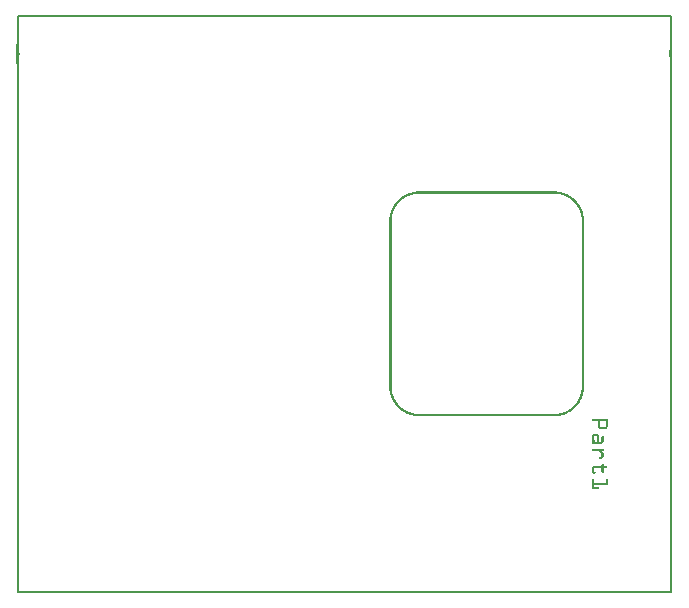
<source format=gto>
G04 MADE WITH FRITZING*
G04 WWW.FRITZING.ORG*
G04 DOUBLE SIDED*
G04 HOLES PLATED*
G04 CONTOUR ON CENTER OF CONTOUR VECTOR*
%ASAXBY*%
%FSLAX23Y23*%
%MOIN*%
%OFA0B0*%
%SFA1.0B1.0*%
%ADD10R,2.185680X1.930260X2.169680X1.914260*%
%ADD11C,0.008000*%
%ADD12R,0.001000X0.001000*%
%LNSILK1*%
G90*
G70*
G54D11*
X4Y1926D02*
X2182Y1926D01*
X2182Y4D01*
X4Y4D01*
X4Y1926D01*
D02*
G54D12*
X0Y1832D02*
X0Y1832D01*
X0Y1831D02*
X0Y1831D01*
X0Y1830D02*
X1Y1830D01*
X0Y1829D02*
X1Y1829D01*
X0Y1828D02*
X2Y1828D01*
X0Y1827D02*
X3Y1827D01*
X0Y1826D02*
X3Y1826D01*
X0Y1825D02*
X4Y1825D01*
X0Y1824D02*
X4Y1824D01*
X0Y1823D02*
X5Y1823D01*
X0Y1822D02*
X5Y1822D01*
X0Y1821D02*
X5Y1821D01*
X0Y1820D02*
X6Y1820D01*
X0Y1819D02*
X6Y1819D01*
X0Y1818D02*
X6Y1818D01*
X0Y1817D02*
X7Y1817D01*
X0Y1816D02*
X7Y1816D01*
X0Y1815D02*
X7Y1815D01*
X0Y1814D02*
X8Y1814D01*
X0Y1813D02*
X8Y1813D01*
X0Y1812D02*
X8Y1812D01*
X0Y1811D02*
X8Y1811D01*
X0Y1810D02*
X9Y1810D01*
X2176Y1810D02*
X2185Y1810D01*
X0Y1809D02*
X9Y1809D01*
X2176Y1809D02*
X2185Y1809D01*
X0Y1808D02*
X9Y1808D01*
X2176Y1808D02*
X2185Y1808D01*
X0Y1807D02*
X9Y1807D01*
X2175Y1807D02*
X2185Y1807D01*
X0Y1806D02*
X9Y1806D01*
X2175Y1806D02*
X2185Y1806D01*
X0Y1805D02*
X9Y1805D01*
X2175Y1805D02*
X2185Y1805D01*
X0Y1804D02*
X9Y1804D01*
X2175Y1804D02*
X2184Y1804D01*
X0Y1803D02*
X9Y1803D01*
X2175Y1803D02*
X2184Y1803D01*
X0Y1802D02*
X10Y1802D01*
X2175Y1802D02*
X2184Y1802D01*
X0Y1801D02*
X10Y1801D01*
X2175Y1801D02*
X2184Y1801D01*
X0Y1800D02*
X10Y1800D01*
X2175Y1800D02*
X2184Y1800D01*
X0Y1799D02*
X10Y1799D01*
X2175Y1799D02*
X2184Y1799D01*
X0Y1798D02*
X10Y1798D01*
X2175Y1798D02*
X2184Y1798D01*
X0Y1797D02*
X10Y1797D01*
X2175Y1797D02*
X2184Y1797D01*
X0Y1796D02*
X9Y1796D01*
X2175Y1796D02*
X2184Y1796D01*
X0Y1795D02*
X9Y1795D01*
X2175Y1795D02*
X2184Y1795D01*
X0Y1794D02*
X9Y1794D01*
X2175Y1794D02*
X2184Y1794D01*
X0Y1793D02*
X9Y1793D01*
X2175Y1793D02*
X2185Y1793D01*
X0Y1792D02*
X9Y1792D01*
X2175Y1792D02*
X2185Y1792D01*
X0Y1791D02*
X9Y1791D01*
X2175Y1791D02*
X2185Y1791D01*
X0Y1790D02*
X9Y1790D01*
X2176Y1790D02*
X2185Y1790D01*
X0Y1789D02*
X9Y1789D01*
X2176Y1789D02*
X2185Y1789D01*
X0Y1788D02*
X9Y1788D01*
X2176Y1788D02*
X2185Y1788D01*
X0Y1787D02*
X8Y1787D01*
X0Y1786D02*
X8Y1786D01*
X0Y1785D02*
X8Y1785D01*
X0Y1784D02*
X8Y1784D01*
X0Y1783D02*
X7Y1783D01*
X0Y1782D02*
X7Y1782D01*
X0Y1781D02*
X7Y1781D01*
X0Y1780D02*
X6Y1780D01*
X0Y1779D02*
X6Y1779D01*
X0Y1778D02*
X6Y1778D01*
X0Y1777D02*
X5Y1777D01*
X0Y1776D02*
X5Y1776D01*
X0Y1775D02*
X4Y1775D01*
X0Y1774D02*
X4Y1774D01*
X0Y1773D02*
X3Y1773D01*
X0Y1772D02*
X3Y1772D01*
X0Y1771D02*
X2Y1771D01*
X0Y1770D02*
X2Y1770D01*
X0Y1769D02*
X1Y1769D01*
X0Y1768D02*
X1Y1768D01*
X0Y1767D02*
X0Y1767D01*
X1333Y1340D02*
X1801Y1340D01*
X1325Y1339D02*
X1808Y1339D01*
X1320Y1338D02*
X1813Y1338D01*
X1317Y1337D02*
X1817Y1337D01*
X1313Y1336D02*
X1821Y1336D01*
X1310Y1335D02*
X1824Y1335D01*
X1307Y1334D02*
X1827Y1334D01*
X1305Y1333D02*
X1829Y1333D01*
X1302Y1332D02*
X1332Y1332D01*
X1802Y1332D02*
X1831Y1332D01*
X1300Y1331D02*
X1325Y1331D01*
X1809Y1331D02*
X1834Y1331D01*
X1298Y1330D02*
X1320Y1330D01*
X1814Y1330D02*
X1836Y1330D01*
X1296Y1329D02*
X1316Y1329D01*
X1818Y1329D02*
X1838Y1329D01*
X1294Y1328D02*
X1313Y1328D01*
X1821Y1328D02*
X1840Y1328D01*
X1293Y1327D02*
X1310Y1327D01*
X1824Y1327D02*
X1841Y1327D01*
X1291Y1326D02*
X1307Y1326D01*
X1827Y1326D02*
X1843Y1326D01*
X1289Y1325D02*
X1305Y1325D01*
X1829Y1325D02*
X1845Y1325D01*
X1288Y1324D02*
X1303Y1324D01*
X1831Y1324D02*
X1846Y1324D01*
X1286Y1323D02*
X1301Y1323D01*
X1833Y1323D02*
X1848Y1323D01*
X1285Y1322D02*
X1299Y1322D01*
X1835Y1322D02*
X1849Y1322D01*
X1283Y1321D02*
X1297Y1321D01*
X1837Y1321D02*
X1850Y1321D01*
X1282Y1320D02*
X1295Y1320D01*
X1839Y1320D02*
X1852Y1320D01*
X1281Y1319D02*
X1294Y1319D01*
X1840Y1319D02*
X1853Y1319D01*
X1279Y1318D02*
X1292Y1318D01*
X1842Y1318D02*
X1855Y1318D01*
X1278Y1317D02*
X1290Y1317D01*
X1844Y1317D02*
X1856Y1317D01*
X1277Y1316D02*
X1289Y1316D01*
X1845Y1316D02*
X1857Y1316D01*
X1276Y1315D02*
X1288Y1315D01*
X1846Y1315D02*
X1858Y1315D01*
X1275Y1314D02*
X1286Y1314D01*
X1848Y1314D02*
X1859Y1314D01*
X1274Y1313D02*
X1285Y1313D01*
X1849Y1313D02*
X1860Y1313D01*
X1273Y1312D02*
X1284Y1312D01*
X1850Y1312D02*
X1861Y1312D01*
X1272Y1311D02*
X1282Y1311D01*
X1851Y1311D02*
X1862Y1311D01*
X1271Y1310D02*
X1281Y1310D01*
X1853Y1310D02*
X1863Y1310D01*
X1270Y1309D02*
X1280Y1309D01*
X1854Y1309D02*
X1864Y1309D01*
X1269Y1308D02*
X1279Y1308D01*
X1855Y1308D02*
X1865Y1308D01*
X1268Y1307D02*
X1278Y1307D01*
X1856Y1307D02*
X1866Y1307D01*
X1267Y1306D02*
X1277Y1306D01*
X1857Y1306D02*
X1867Y1306D01*
X1266Y1305D02*
X1276Y1305D01*
X1858Y1305D02*
X1868Y1305D01*
X1265Y1304D02*
X1275Y1304D01*
X1859Y1304D02*
X1869Y1304D01*
X1264Y1303D02*
X1274Y1303D01*
X1860Y1303D02*
X1869Y1303D01*
X1264Y1302D02*
X1273Y1302D01*
X1861Y1302D02*
X1870Y1302D01*
X1263Y1301D02*
X1272Y1301D01*
X1862Y1301D02*
X1871Y1301D01*
X1262Y1300D02*
X1271Y1300D01*
X1862Y1300D02*
X1872Y1300D01*
X1262Y1299D02*
X1270Y1299D01*
X1863Y1299D02*
X1872Y1299D01*
X1261Y1298D02*
X1270Y1298D01*
X1864Y1298D02*
X1873Y1298D01*
X1260Y1297D02*
X1269Y1297D01*
X1865Y1297D02*
X1874Y1297D01*
X1259Y1296D02*
X1268Y1296D01*
X1866Y1296D02*
X1874Y1296D01*
X1259Y1295D02*
X1267Y1295D01*
X1866Y1295D02*
X1875Y1295D01*
X1258Y1294D02*
X1267Y1294D01*
X1867Y1294D02*
X1876Y1294D01*
X1258Y1293D02*
X1266Y1293D01*
X1868Y1293D02*
X1876Y1293D01*
X1257Y1292D02*
X1265Y1292D01*
X1869Y1292D02*
X1877Y1292D01*
X1256Y1291D02*
X1265Y1291D01*
X1869Y1291D02*
X1877Y1291D01*
X1256Y1290D02*
X1264Y1290D01*
X1870Y1290D02*
X1878Y1290D01*
X1255Y1289D02*
X1263Y1289D01*
X1871Y1289D02*
X1879Y1289D01*
X1255Y1288D02*
X1263Y1288D01*
X1871Y1288D02*
X1879Y1288D01*
X1254Y1287D02*
X1262Y1287D01*
X1872Y1287D02*
X1880Y1287D01*
X1254Y1286D02*
X1262Y1286D01*
X1872Y1286D02*
X1880Y1286D01*
X1253Y1285D02*
X1261Y1285D01*
X1873Y1285D02*
X1881Y1285D01*
X1253Y1284D02*
X1260Y1284D01*
X1873Y1284D02*
X1881Y1284D01*
X1252Y1283D02*
X1260Y1283D01*
X1874Y1283D02*
X1882Y1283D01*
X1252Y1282D02*
X1259Y1282D01*
X1875Y1282D02*
X1882Y1282D01*
X1251Y1281D02*
X1259Y1281D01*
X1875Y1281D02*
X1883Y1281D01*
X1251Y1280D02*
X1258Y1280D01*
X1875Y1280D02*
X1883Y1280D01*
X1250Y1279D02*
X1258Y1279D01*
X1876Y1279D02*
X1884Y1279D01*
X1250Y1278D02*
X1258Y1278D01*
X1876Y1278D02*
X1884Y1278D01*
X1249Y1277D02*
X1257Y1277D01*
X1877Y1277D02*
X1884Y1277D01*
X1249Y1276D02*
X1257Y1276D01*
X1877Y1276D02*
X1885Y1276D01*
X1249Y1275D02*
X1256Y1275D01*
X1878Y1275D02*
X1885Y1275D01*
X1248Y1274D02*
X1256Y1274D01*
X1878Y1274D02*
X1885Y1274D01*
X1248Y1273D02*
X1255Y1273D01*
X1879Y1273D02*
X1886Y1273D01*
X1248Y1272D02*
X1255Y1272D01*
X1879Y1272D02*
X1886Y1272D01*
X1247Y1271D02*
X1255Y1271D01*
X1879Y1271D02*
X1887Y1271D01*
X1247Y1270D02*
X1254Y1270D01*
X1880Y1270D02*
X1887Y1270D01*
X1247Y1269D02*
X1254Y1269D01*
X1880Y1269D02*
X1887Y1269D01*
X1246Y1268D02*
X1254Y1268D01*
X1880Y1268D02*
X1887Y1268D01*
X1246Y1267D02*
X1253Y1267D01*
X1881Y1267D02*
X1888Y1267D01*
X1246Y1266D02*
X1253Y1266D01*
X1881Y1266D02*
X1888Y1266D01*
X1246Y1265D02*
X1253Y1265D01*
X1881Y1265D02*
X1888Y1265D01*
X1245Y1264D02*
X1252Y1264D01*
X1881Y1264D02*
X1888Y1264D01*
X1245Y1263D02*
X1252Y1263D01*
X1882Y1263D02*
X1889Y1263D01*
X1245Y1262D02*
X1252Y1262D01*
X1882Y1262D02*
X1889Y1262D01*
X1245Y1261D02*
X1252Y1261D01*
X1882Y1261D02*
X1889Y1261D01*
X1244Y1260D02*
X1252Y1260D01*
X1882Y1260D02*
X1889Y1260D01*
X1244Y1259D02*
X1251Y1259D01*
X1883Y1259D02*
X1890Y1259D01*
X1244Y1258D02*
X1251Y1258D01*
X1883Y1258D02*
X1890Y1258D01*
X1244Y1257D02*
X1251Y1257D01*
X1883Y1257D02*
X1890Y1257D01*
X1244Y1256D02*
X1251Y1256D01*
X1883Y1256D02*
X1890Y1256D01*
X1244Y1255D02*
X1251Y1255D01*
X1883Y1255D02*
X1890Y1255D01*
X1243Y1254D02*
X1250Y1254D01*
X1883Y1254D02*
X1890Y1254D01*
X1243Y1253D02*
X1250Y1253D01*
X1884Y1253D02*
X1891Y1253D01*
X1243Y1252D02*
X1250Y1252D01*
X1884Y1252D02*
X1891Y1252D01*
X1243Y1251D02*
X1250Y1251D01*
X1884Y1251D02*
X1891Y1251D01*
X1243Y1250D02*
X1250Y1250D01*
X1884Y1250D02*
X1891Y1250D01*
X1243Y1249D02*
X1250Y1249D01*
X1884Y1249D02*
X1891Y1249D01*
X1243Y1248D02*
X1250Y1248D01*
X1884Y1248D02*
X1891Y1248D01*
X1243Y1247D02*
X1250Y1247D01*
X1884Y1247D02*
X1891Y1247D01*
X1243Y1246D02*
X1250Y1246D01*
X1884Y1246D02*
X1891Y1246D01*
X1243Y1245D02*
X1250Y1245D01*
X1884Y1245D02*
X1891Y1245D01*
X1243Y1244D02*
X1250Y1244D01*
X1884Y1244D02*
X1891Y1244D01*
X1243Y1243D02*
X1250Y1243D01*
X1884Y1243D02*
X1891Y1243D01*
X1243Y1242D02*
X1250Y1242D01*
X1884Y1242D02*
X1891Y1242D01*
X1243Y1241D02*
X1250Y1241D01*
X1884Y1241D02*
X1891Y1241D01*
X1243Y1240D02*
X1250Y1240D01*
X1884Y1240D02*
X1891Y1240D01*
X1243Y1239D02*
X1250Y1239D01*
X1884Y1239D02*
X1891Y1239D01*
X1243Y1238D02*
X1250Y1238D01*
X1884Y1238D02*
X1891Y1238D01*
X1242Y1237D02*
X1250Y1237D01*
X1884Y1237D02*
X1891Y1237D01*
X1243Y1236D02*
X1250Y1236D01*
X1884Y1236D02*
X1891Y1236D01*
X1243Y1235D02*
X1250Y1235D01*
X1884Y1235D02*
X1891Y1235D01*
X1243Y1234D02*
X1250Y1234D01*
X1884Y1234D02*
X1891Y1234D01*
X1243Y1233D02*
X1250Y1233D01*
X1884Y1233D02*
X1891Y1233D01*
X1243Y1232D02*
X1250Y1232D01*
X1884Y1232D02*
X1891Y1232D01*
X1243Y1231D02*
X1250Y1231D01*
X1884Y1231D02*
X1891Y1231D01*
X1243Y1230D02*
X1250Y1230D01*
X1884Y1230D02*
X1891Y1230D01*
X1243Y1229D02*
X1250Y1229D01*
X1884Y1229D02*
X1891Y1229D01*
X1243Y1228D02*
X1250Y1228D01*
X1884Y1228D02*
X1891Y1228D01*
X1243Y1227D02*
X1250Y1227D01*
X1884Y1227D02*
X1891Y1227D01*
X1243Y1226D02*
X1250Y1226D01*
X1884Y1226D02*
X1891Y1226D01*
X1243Y1225D02*
X1250Y1225D01*
X1884Y1225D02*
X1891Y1225D01*
X1243Y1224D02*
X1250Y1224D01*
X1884Y1224D02*
X1891Y1224D01*
X1243Y1223D02*
X1250Y1223D01*
X1884Y1223D02*
X1891Y1223D01*
X1243Y1222D02*
X1250Y1222D01*
X1884Y1222D02*
X1891Y1222D01*
X1243Y1221D02*
X1250Y1221D01*
X1884Y1221D02*
X1891Y1221D01*
X1243Y1220D02*
X1250Y1220D01*
X1884Y1220D02*
X1891Y1220D01*
X1243Y1219D02*
X1250Y1219D01*
X1884Y1219D02*
X1891Y1219D01*
X1243Y1218D02*
X1250Y1218D01*
X1884Y1218D02*
X1891Y1218D01*
X1243Y1217D02*
X1250Y1217D01*
X1884Y1217D02*
X1891Y1217D01*
X1243Y1216D02*
X1250Y1216D01*
X1884Y1216D02*
X1891Y1216D01*
X1243Y1215D02*
X1250Y1215D01*
X1884Y1215D02*
X1891Y1215D01*
X1243Y1214D02*
X1250Y1214D01*
X1884Y1214D02*
X1891Y1214D01*
X1243Y1213D02*
X1250Y1213D01*
X1884Y1213D02*
X1891Y1213D01*
X1243Y1212D02*
X1250Y1212D01*
X1884Y1212D02*
X1891Y1212D01*
X1243Y1211D02*
X1250Y1211D01*
X1884Y1211D02*
X1891Y1211D01*
X1243Y1210D02*
X1250Y1210D01*
X1884Y1210D02*
X1891Y1210D01*
X1243Y1209D02*
X1250Y1209D01*
X1884Y1209D02*
X1891Y1209D01*
X1243Y1208D02*
X1250Y1208D01*
X1884Y1208D02*
X1891Y1208D01*
X1243Y1207D02*
X1250Y1207D01*
X1884Y1207D02*
X1891Y1207D01*
X1243Y1206D02*
X1250Y1206D01*
X1884Y1206D02*
X1891Y1206D01*
X1243Y1205D02*
X1250Y1205D01*
X1884Y1205D02*
X1891Y1205D01*
X1243Y1204D02*
X1250Y1204D01*
X1884Y1204D02*
X1891Y1204D01*
X1243Y1203D02*
X1250Y1203D01*
X1884Y1203D02*
X1891Y1203D01*
X1243Y1202D02*
X1250Y1202D01*
X1884Y1202D02*
X1891Y1202D01*
X1243Y1201D02*
X1250Y1201D01*
X1884Y1201D02*
X1891Y1201D01*
X1243Y1200D02*
X1250Y1200D01*
X1884Y1200D02*
X1891Y1200D01*
X1243Y1199D02*
X1250Y1199D01*
X1884Y1199D02*
X1891Y1199D01*
X1243Y1198D02*
X1250Y1198D01*
X1884Y1198D02*
X1891Y1198D01*
X1243Y1197D02*
X1250Y1197D01*
X1884Y1197D02*
X1891Y1197D01*
X1243Y1196D02*
X1250Y1196D01*
X1884Y1196D02*
X1891Y1196D01*
X1243Y1195D02*
X1250Y1195D01*
X1884Y1195D02*
X1891Y1195D01*
X1243Y1194D02*
X1250Y1194D01*
X1884Y1194D02*
X1891Y1194D01*
X1243Y1193D02*
X1250Y1193D01*
X1884Y1193D02*
X1891Y1193D01*
X1243Y1192D02*
X1250Y1192D01*
X1884Y1192D02*
X1891Y1192D01*
X1243Y1191D02*
X1250Y1191D01*
X1884Y1191D02*
X1891Y1191D01*
X1243Y1190D02*
X1250Y1190D01*
X1884Y1190D02*
X1891Y1190D01*
X1243Y1189D02*
X1250Y1189D01*
X1884Y1189D02*
X1891Y1189D01*
X1243Y1188D02*
X1250Y1188D01*
X1884Y1188D02*
X1891Y1188D01*
X1243Y1187D02*
X1250Y1187D01*
X1884Y1187D02*
X1891Y1187D01*
X1243Y1186D02*
X1250Y1186D01*
X1884Y1186D02*
X1891Y1186D01*
X1243Y1185D02*
X1250Y1185D01*
X1884Y1185D02*
X1891Y1185D01*
X1243Y1184D02*
X1250Y1184D01*
X1884Y1184D02*
X1891Y1184D01*
X1243Y1183D02*
X1250Y1183D01*
X1884Y1183D02*
X1891Y1183D01*
X1243Y1182D02*
X1250Y1182D01*
X1884Y1182D02*
X1891Y1182D01*
X1243Y1181D02*
X1250Y1181D01*
X1884Y1181D02*
X1891Y1181D01*
X1243Y1180D02*
X1250Y1180D01*
X1884Y1180D02*
X1891Y1180D01*
X1243Y1179D02*
X1250Y1179D01*
X1884Y1179D02*
X1891Y1179D01*
X1243Y1178D02*
X1250Y1178D01*
X1884Y1178D02*
X1891Y1178D01*
X1243Y1177D02*
X1250Y1177D01*
X1884Y1177D02*
X1891Y1177D01*
X1243Y1176D02*
X1250Y1176D01*
X1884Y1176D02*
X1891Y1176D01*
X1243Y1175D02*
X1250Y1175D01*
X1884Y1175D02*
X1891Y1175D01*
X1243Y1174D02*
X1250Y1174D01*
X1884Y1174D02*
X1891Y1174D01*
X1243Y1173D02*
X1250Y1173D01*
X1884Y1173D02*
X1891Y1173D01*
X1243Y1172D02*
X1250Y1172D01*
X1884Y1172D02*
X1891Y1172D01*
X1243Y1171D02*
X1250Y1171D01*
X1884Y1171D02*
X1891Y1171D01*
X1243Y1170D02*
X1250Y1170D01*
X1884Y1170D02*
X1891Y1170D01*
X1243Y1169D02*
X1250Y1169D01*
X1884Y1169D02*
X1891Y1169D01*
X1243Y1168D02*
X1250Y1168D01*
X1884Y1168D02*
X1891Y1168D01*
X1243Y1167D02*
X1250Y1167D01*
X1884Y1167D02*
X1891Y1167D01*
X1243Y1166D02*
X1250Y1166D01*
X1884Y1166D02*
X1891Y1166D01*
X1243Y1165D02*
X1250Y1165D01*
X1884Y1165D02*
X1891Y1165D01*
X1243Y1164D02*
X1250Y1164D01*
X1884Y1164D02*
X1891Y1164D01*
X1243Y1163D02*
X1250Y1163D01*
X1884Y1163D02*
X1891Y1163D01*
X1243Y1162D02*
X1250Y1162D01*
X1884Y1162D02*
X1891Y1162D01*
X1243Y1161D02*
X1250Y1161D01*
X1884Y1161D02*
X1891Y1161D01*
X1243Y1160D02*
X1250Y1160D01*
X1884Y1160D02*
X1891Y1160D01*
X1243Y1159D02*
X1250Y1159D01*
X1884Y1159D02*
X1891Y1159D01*
X1243Y1158D02*
X1250Y1158D01*
X1884Y1158D02*
X1891Y1158D01*
X1243Y1157D02*
X1250Y1157D01*
X1884Y1157D02*
X1891Y1157D01*
X1243Y1156D02*
X1250Y1156D01*
X1884Y1156D02*
X1891Y1156D01*
X1243Y1155D02*
X1250Y1155D01*
X1884Y1155D02*
X1891Y1155D01*
X1243Y1154D02*
X1250Y1154D01*
X1884Y1154D02*
X1891Y1154D01*
X1243Y1153D02*
X1250Y1153D01*
X1884Y1153D02*
X1891Y1153D01*
X1243Y1152D02*
X1250Y1152D01*
X1884Y1152D02*
X1891Y1152D01*
X1243Y1151D02*
X1250Y1151D01*
X1884Y1151D02*
X1891Y1151D01*
X1243Y1150D02*
X1250Y1150D01*
X1884Y1150D02*
X1891Y1150D01*
X1243Y1149D02*
X1250Y1149D01*
X1884Y1149D02*
X1891Y1149D01*
X1243Y1148D02*
X1250Y1148D01*
X1884Y1148D02*
X1891Y1148D01*
X1243Y1147D02*
X1250Y1147D01*
X1884Y1147D02*
X1891Y1147D01*
X1243Y1146D02*
X1250Y1146D01*
X1884Y1146D02*
X1891Y1146D01*
X1243Y1145D02*
X1250Y1145D01*
X1884Y1145D02*
X1891Y1145D01*
X1243Y1144D02*
X1250Y1144D01*
X1884Y1144D02*
X1891Y1144D01*
X1243Y1143D02*
X1250Y1143D01*
X1884Y1143D02*
X1891Y1143D01*
X1243Y1142D02*
X1250Y1142D01*
X1884Y1142D02*
X1891Y1142D01*
X1243Y1141D02*
X1250Y1141D01*
X1884Y1141D02*
X1891Y1141D01*
X1243Y1140D02*
X1250Y1140D01*
X1884Y1140D02*
X1891Y1140D01*
X1243Y1139D02*
X1250Y1139D01*
X1884Y1139D02*
X1891Y1139D01*
X1243Y1138D02*
X1250Y1138D01*
X1884Y1138D02*
X1891Y1138D01*
X1243Y1137D02*
X1250Y1137D01*
X1884Y1137D02*
X1891Y1137D01*
X1243Y1136D02*
X1250Y1136D01*
X1884Y1136D02*
X1891Y1136D01*
X1243Y1135D02*
X1250Y1135D01*
X1884Y1135D02*
X1891Y1135D01*
X1243Y1134D02*
X1250Y1134D01*
X1884Y1134D02*
X1891Y1134D01*
X1243Y1133D02*
X1250Y1133D01*
X1884Y1133D02*
X1891Y1133D01*
X1243Y1132D02*
X1250Y1132D01*
X1884Y1132D02*
X1891Y1132D01*
X1243Y1131D02*
X1250Y1131D01*
X1884Y1131D02*
X1891Y1131D01*
X1243Y1130D02*
X1250Y1130D01*
X1884Y1130D02*
X1891Y1130D01*
X1243Y1129D02*
X1250Y1129D01*
X1884Y1129D02*
X1891Y1129D01*
X1243Y1128D02*
X1250Y1128D01*
X1884Y1128D02*
X1891Y1128D01*
X1243Y1127D02*
X1250Y1127D01*
X1884Y1127D02*
X1891Y1127D01*
X1243Y1126D02*
X1250Y1126D01*
X1884Y1126D02*
X1891Y1126D01*
X1243Y1125D02*
X1250Y1125D01*
X1884Y1125D02*
X1891Y1125D01*
X1243Y1124D02*
X1250Y1124D01*
X1884Y1124D02*
X1891Y1124D01*
X1243Y1123D02*
X1250Y1123D01*
X1884Y1123D02*
X1891Y1123D01*
X1243Y1122D02*
X1250Y1122D01*
X1884Y1122D02*
X1891Y1122D01*
X1243Y1121D02*
X1250Y1121D01*
X1884Y1121D02*
X1891Y1121D01*
X1243Y1120D02*
X1250Y1120D01*
X1884Y1120D02*
X1891Y1120D01*
X1243Y1119D02*
X1250Y1119D01*
X1884Y1119D02*
X1891Y1119D01*
X1243Y1118D02*
X1250Y1118D01*
X1884Y1118D02*
X1891Y1118D01*
X1243Y1117D02*
X1250Y1117D01*
X1884Y1117D02*
X1891Y1117D01*
X1243Y1116D02*
X1250Y1116D01*
X1884Y1116D02*
X1891Y1116D01*
X1243Y1115D02*
X1250Y1115D01*
X1884Y1115D02*
X1891Y1115D01*
X1243Y1114D02*
X1250Y1114D01*
X1884Y1114D02*
X1891Y1114D01*
X1243Y1113D02*
X1250Y1113D01*
X1884Y1113D02*
X1891Y1113D01*
X1243Y1112D02*
X1250Y1112D01*
X1884Y1112D02*
X1891Y1112D01*
X1243Y1111D02*
X1250Y1111D01*
X1884Y1111D02*
X1891Y1111D01*
X1243Y1110D02*
X1250Y1110D01*
X1884Y1110D02*
X1891Y1110D01*
X1243Y1109D02*
X1250Y1109D01*
X1884Y1109D02*
X1891Y1109D01*
X1243Y1108D02*
X1250Y1108D01*
X1884Y1108D02*
X1891Y1108D01*
X1243Y1107D02*
X1250Y1107D01*
X1884Y1107D02*
X1891Y1107D01*
X1243Y1106D02*
X1250Y1106D01*
X1884Y1106D02*
X1891Y1106D01*
X1243Y1105D02*
X1250Y1105D01*
X1884Y1105D02*
X1891Y1105D01*
X1243Y1104D02*
X1250Y1104D01*
X1884Y1104D02*
X1891Y1104D01*
X1243Y1103D02*
X1250Y1103D01*
X1884Y1103D02*
X1891Y1103D01*
X1243Y1102D02*
X1250Y1102D01*
X1884Y1102D02*
X1891Y1102D01*
X1243Y1101D02*
X1250Y1101D01*
X1884Y1101D02*
X1891Y1101D01*
X1243Y1100D02*
X1250Y1100D01*
X1884Y1100D02*
X1891Y1100D01*
X1243Y1099D02*
X1250Y1099D01*
X1884Y1099D02*
X1891Y1099D01*
X1243Y1098D02*
X1250Y1098D01*
X1884Y1098D02*
X1891Y1098D01*
X1243Y1097D02*
X1250Y1097D01*
X1884Y1097D02*
X1891Y1097D01*
X1243Y1096D02*
X1250Y1096D01*
X1884Y1096D02*
X1891Y1096D01*
X1243Y1095D02*
X1250Y1095D01*
X1884Y1095D02*
X1891Y1095D01*
X1243Y1094D02*
X1250Y1094D01*
X1884Y1094D02*
X1891Y1094D01*
X1243Y1093D02*
X1250Y1093D01*
X1884Y1093D02*
X1891Y1093D01*
X1243Y1092D02*
X1250Y1092D01*
X1884Y1092D02*
X1891Y1092D01*
X1243Y1091D02*
X1250Y1091D01*
X1884Y1091D02*
X1891Y1091D01*
X1243Y1090D02*
X1250Y1090D01*
X1884Y1090D02*
X1891Y1090D01*
X1243Y1089D02*
X1250Y1089D01*
X1884Y1089D02*
X1891Y1089D01*
X1243Y1088D02*
X1250Y1088D01*
X1884Y1088D02*
X1891Y1088D01*
X1243Y1087D02*
X1250Y1087D01*
X1884Y1087D02*
X1891Y1087D01*
X1243Y1086D02*
X1250Y1086D01*
X1884Y1086D02*
X1891Y1086D01*
X1243Y1085D02*
X1250Y1085D01*
X1884Y1085D02*
X1891Y1085D01*
X1243Y1084D02*
X1250Y1084D01*
X1884Y1084D02*
X1891Y1084D01*
X1243Y1083D02*
X1250Y1083D01*
X1884Y1083D02*
X1891Y1083D01*
X1243Y1082D02*
X1250Y1082D01*
X1884Y1082D02*
X1891Y1082D01*
X1243Y1081D02*
X1250Y1081D01*
X1884Y1081D02*
X1891Y1081D01*
X1243Y1080D02*
X1250Y1080D01*
X1884Y1080D02*
X1891Y1080D01*
X1243Y1079D02*
X1250Y1079D01*
X1884Y1079D02*
X1891Y1079D01*
X1243Y1078D02*
X1250Y1078D01*
X1884Y1078D02*
X1891Y1078D01*
X1243Y1077D02*
X1250Y1077D01*
X1884Y1077D02*
X1891Y1077D01*
X1243Y1076D02*
X1250Y1076D01*
X1884Y1076D02*
X1891Y1076D01*
X1243Y1075D02*
X1250Y1075D01*
X1884Y1075D02*
X1891Y1075D01*
X1243Y1074D02*
X1250Y1074D01*
X1884Y1074D02*
X1891Y1074D01*
X1243Y1073D02*
X1250Y1073D01*
X1884Y1073D02*
X1891Y1073D01*
X1243Y1072D02*
X1250Y1072D01*
X1884Y1072D02*
X1891Y1072D01*
X1243Y1071D02*
X1250Y1071D01*
X1884Y1071D02*
X1891Y1071D01*
X1243Y1070D02*
X1250Y1070D01*
X1884Y1070D02*
X1891Y1070D01*
X1243Y1069D02*
X1250Y1069D01*
X1884Y1069D02*
X1891Y1069D01*
X1243Y1068D02*
X1250Y1068D01*
X1884Y1068D02*
X1891Y1068D01*
X1243Y1067D02*
X1250Y1067D01*
X1884Y1067D02*
X1891Y1067D01*
X1243Y1066D02*
X1250Y1066D01*
X1884Y1066D02*
X1891Y1066D01*
X1243Y1065D02*
X1250Y1065D01*
X1884Y1065D02*
X1891Y1065D01*
X1243Y1064D02*
X1250Y1064D01*
X1884Y1064D02*
X1891Y1064D01*
X1243Y1063D02*
X1250Y1063D01*
X1884Y1063D02*
X1891Y1063D01*
X1243Y1062D02*
X1250Y1062D01*
X1884Y1062D02*
X1891Y1062D01*
X1243Y1061D02*
X1250Y1061D01*
X1884Y1061D02*
X1891Y1061D01*
X1243Y1060D02*
X1250Y1060D01*
X1884Y1060D02*
X1891Y1060D01*
X1243Y1059D02*
X1250Y1059D01*
X1884Y1059D02*
X1891Y1059D01*
X1243Y1058D02*
X1250Y1058D01*
X1884Y1058D02*
X1891Y1058D01*
X1243Y1057D02*
X1250Y1057D01*
X1884Y1057D02*
X1891Y1057D01*
X1243Y1056D02*
X1250Y1056D01*
X1884Y1056D02*
X1891Y1056D01*
X1243Y1055D02*
X1250Y1055D01*
X1884Y1055D02*
X1891Y1055D01*
X1243Y1054D02*
X1250Y1054D01*
X1884Y1054D02*
X1891Y1054D01*
X1243Y1053D02*
X1250Y1053D01*
X1884Y1053D02*
X1891Y1053D01*
X1243Y1052D02*
X1250Y1052D01*
X1884Y1052D02*
X1891Y1052D01*
X1243Y1051D02*
X1250Y1051D01*
X1884Y1051D02*
X1891Y1051D01*
X1243Y1050D02*
X1250Y1050D01*
X1884Y1050D02*
X1891Y1050D01*
X1243Y1049D02*
X1250Y1049D01*
X1884Y1049D02*
X1891Y1049D01*
X1243Y1048D02*
X1250Y1048D01*
X1884Y1048D02*
X1891Y1048D01*
X1243Y1047D02*
X1250Y1047D01*
X1884Y1047D02*
X1891Y1047D01*
X1243Y1046D02*
X1250Y1046D01*
X1884Y1046D02*
X1891Y1046D01*
X1243Y1045D02*
X1250Y1045D01*
X1884Y1045D02*
X1891Y1045D01*
X1243Y1044D02*
X1250Y1044D01*
X1884Y1044D02*
X1891Y1044D01*
X1243Y1043D02*
X1250Y1043D01*
X1884Y1043D02*
X1891Y1043D01*
X1243Y1042D02*
X1250Y1042D01*
X1884Y1042D02*
X1891Y1042D01*
X1243Y1041D02*
X1250Y1041D01*
X1884Y1041D02*
X1891Y1041D01*
X1243Y1040D02*
X1250Y1040D01*
X1884Y1040D02*
X1891Y1040D01*
X1243Y1039D02*
X1250Y1039D01*
X1884Y1039D02*
X1891Y1039D01*
X1243Y1038D02*
X1250Y1038D01*
X1884Y1038D02*
X1891Y1038D01*
X1243Y1037D02*
X1250Y1037D01*
X1884Y1037D02*
X1891Y1037D01*
X1243Y1036D02*
X1250Y1036D01*
X1884Y1036D02*
X1891Y1036D01*
X1243Y1035D02*
X1250Y1035D01*
X1884Y1035D02*
X1891Y1035D01*
X1243Y1034D02*
X1250Y1034D01*
X1884Y1034D02*
X1891Y1034D01*
X1243Y1033D02*
X1250Y1033D01*
X1884Y1033D02*
X1891Y1033D01*
X1243Y1032D02*
X1250Y1032D01*
X1884Y1032D02*
X1891Y1032D01*
X1243Y1031D02*
X1250Y1031D01*
X1884Y1031D02*
X1891Y1031D01*
X1243Y1030D02*
X1250Y1030D01*
X1884Y1030D02*
X1891Y1030D01*
X1243Y1029D02*
X1250Y1029D01*
X1884Y1029D02*
X1891Y1029D01*
X1243Y1028D02*
X1250Y1028D01*
X1884Y1028D02*
X1891Y1028D01*
X1243Y1027D02*
X1250Y1027D01*
X1884Y1027D02*
X1891Y1027D01*
X1243Y1026D02*
X1250Y1026D01*
X1884Y1026D02*
X1891Y1026D01*
X1243Y1025D02*
X1250Y1025D01*
X1884Y1025D02*
X1891Y1025D01*
X1243Y1024D02*
X1250Y1024D01*
X1884Y1024D02*
X1891Y1024D01*
X1243Y1023D02*
X1250Y1023D01*
X1884Y1023D02*
X1891Y1023D01*
X1243Y1022D02*
X1250Y1022D01*
X1884Y1022D02*
X1891Y1022D01*
X1243Y1021D02*
X1250Y1021D01*
X1884Y1021D02*
X1891Y1021D01*
X1243Y1020D02*
X1250Y1020D01*
X1884Y1020D02*
X1891Y1020D01*
X1243Y1019D02*
X1250Y1019D01*
X1884Y1019D02*
X1891Y1019D01*
X1243Y1018D02*
X1250Y1018D01*
X1884Y1018D02*
X1891Y1018D01*
X1243Y1017D02*
X1250Y1017D01*
X1884Y1017D02*
X1891Y1017D01*
X1243Y1016D02*
X1250Y1016D01*
X1884Y1016D02*
X1891Y1016D01*
X1243Y1015D02*
X1250Y1015D01*
X1884Y1015D02*
X1891Y1015D01*
X1243Y1014D02*
X1250Y1014D01*
X1884Y1014D02*
X1891Y1014D01*
X1243Y1013D02*
X1250Y1013D01*
X1884Y1013D02*
X1891Y1013D01*
X1243Y1012D02*
X1250Y1012D01*
X1884Y1012D02*
X1891Y1012D01*
X1243Y1011D02*
X1250Y1011D01*
X1884Y1011D02*
X1891Y1011D01*
X1243Y1010D02*
X1250Y1010D01*
X1884Y1010D02*
X1891Y1010D01*
X1243Y1009D02*
X1250Y1009D01*
X1884Y1009D02*
X1891Y1009D01*
X1243Y1008D02*
X1250Y1008D01*
X1884Y1008D02*
X1891Y1008D01*
X1243Y1007D02*
X1250Y1007D01*
X1884Y1007D02*
X1891Y1007D01*
X1243Y1006D02*
X1250Y1006D01*
X1884Y1006D02*
X1891Y1006D01*
X1243Y1005D02*
X1250Y1005D01*
X1884Y1005D02*
X1891Y1005D01*
X1243Y1004D02*
X1250Y1004D01*
X1884Y1004D02*
X1891Y1004D01*
X1243Y1003D02*
X1250Y1003D01*
X1884Y1003D02*
X1891Y1003D01*
X1243Y1002D02*
X1250Y1002D01*
X1884Y1002D02*
X1891Y1002D01*
X1243Y1001D02*
X1250Y1001D01*
X1884Y1001D02*
X1891Y1001D01*
X1243Y1000D02*
X1250Y1000D01*
X1884Y1000D02*
X1891Y1000D01*
X1243Y999D02*
X1250Y999D01*
X1884Y999D02*
X1891Y999D01*
X1243Y998D02*
X1250Y998D01*
X1884Y998D02*
X1891Y998D01*
X1243Y997D02*
X1250Y997D01*
X1884Y997D02*
X1891Y997D01*
X1243Y996D02*
X1250Y996D01*
X1884Y996D02*
X1891Y996D01*
X1243Y995D02*
X1250Y995D01*
X1884Y995D02*
X1891Y995D01*
X1243Y994D02*
X1250Y994D01*
X1884Y994D02*
X1891Y994D01*
X1243Y993D02*
X1250Y993D01*
X1884Y993D02*
X1891Y993D01*
X1243Y992D02*
X1250Y992D01*
X1884Y992D02*
X1891Y992D01*
X1243Y991D02*
X1250Y991D01*
X1884Y991D02*
X1891Y991D01*
X1243Y990D02*
X1250Y990D01*
X1884Y990D02*
X1891Y990D01*
X1243Y989D02*
X1250Y989D01*
X1884Y989D02*
X1891Y989D01*
X1243Y988D02*
X1250Y988D01*
X1884Y988D02*
X1891Y988D01*
X1243Y987D02*
X1250Y987D01*
X1884Y987D02*
X1891Y987D01*
X1243Y986D02*
X1250Y986D01*
X1884Y986D02*
X1891Y986D01*
X1243Y985D02*
X1250Y985D01*
X1884Y985D02*
X1891Y985D01*
X1243Y984D02*
X1250Y984D01*
X1884Y984D02*
X1891Y984D01*
X1243Y983D02*
X1250Y983D01*
X1884Y983D02*
X1891Y983D01*
X1243Y982D02*
X1250Y982D01*
X1884Y982D02*
X1891Y982D01*
X1243Y981D02*
X1250Y981D01*
X1884Y981D02*
X1891Y981D01*
X1243Y980D02*
X1250Y980D01*
X1884Y980D02*
X1891Y980D01*
X1243Y979D02*
X1250Y979D01*
X1884Y979D02*
X1891Y979D01*
X1243Y978D02*
X1250Y978D01*
X1884Y978D02*
X1891Y978D01*
X1243Y977D02*
X1250Y977D01*
X1884Y977D02*
X1891Y977D01*
X1243Y976D02*
X1250Y976D01*
X1884Y976D02*
X1891Y976D01*
X1243Y975D02*
X1250Y975D01*
X1884Y975D02*
X1891Y975D01*
X1243Y974D02*
X1250Y974D01*
X1884Y974D02*
X1891Y974D01*
X1243Y973D02*
X1250Y973D01*
X1884Y973D02*
X1891Y973D01*
X1243Y972D02*
X1250Y972D01*
X1884Y972D02*
X1891Y972D01*
X1243Y971D02*
X1250Y971D01*
X1884Y971D02*
X1891Y971D01*
X1243Y970D02*
X1250Y970D01*
X1884Y970D02*
X1891Y970D01*
X1243Y969D02*
X1250Y969D01*
X1884Y969D02*
X1891Y969D01*
X1243Y968D02*
X1250Y968D01*
X1884Y968D02*
X1891Y968D01*
X1243Y967D02*
X1250Y967D01*
X1884Y967D02*
X1891Y967D01*
X1243Y966D02*
X1250Y966D01*
X1884Y966D02*
X1891Y966D01*
X1243Y965D02*
X1250Y965D01*
X1884Y965D02*
X1891Y965D01*
X1243Y964D02*
X1250Y964D01*
X1884Y964D02*
X1891Y964D01*
X1243Y963D02*
X1250Y963D01*
X1884Y963D02*
X1891Y963D01*
X1243Y962D02*
X1250Y962D01*
X1884Y962D02*
X1891Y962D01*
X1243Y961D02*
X1250Y961D01*
X1884Y961D02*
X1891Y961D01*
X1243Y960D02*
X1250Y960D01*
X1884Y960D02*
X1891Y960D01*
X1243Y959D02*
X1250Y959D01*
X1884Y959D02*
X1891Y959D01*
X1243Y958D02*
X1250Y958D01*
X1884Y958D02*
X1891Y958D01*
X1243Y957D02*
X1250Y957D01*
X1884Y957D02*
X1891Y957D01*
X1243Y956D02*
X1250Y956D01*
X1884Y956D02*
X1891Y956D01*
X1243Y955D02*
X1250Y955D01*
X1884Y955D02*
X1891Y955D01*
X1243Y954D02*
X1250Y954D01*
X1884Y954D02*
X1891Y954D01*
X1243Y953D02*
X1250Y953D01*
X1884Y953D02*
X1891Y953D01*
X1243Y952D02*
X1250Y952D01*
X1884Y952D02*
X1891Y952D01*
X1243Y951D02*
X1250Y951D01*
X1884Y951D02*
X1891Y951D01*
X1243Y950D02*
X1250Y950D01*
X1884Y950D02*
X1891Y950D01*
X1243Y949D02*
X1250Y949D01*
X1884Y949D02*
X1891Y949D01*
X1243Y948D02*
X1250Y948D01*
X1884Y948D02*
X1891Y948D01*
X1243Y947D02*
X1250Y947D01*
X1884Y947D02*
X1891Y947D01*
X1243Y946D02*
X1250Y946D01*
X1884Y946D02*
X1891Y946D01*
X1243Y945D02*
X1250Y945D01*
X1884Y945D02*
X1891Y945D01*
X1243Y944D02*
X1250Y944D01*
X1884Y944D02*
X1891Y944D01*
X1243Y943D02*
X1250Y943D01*
X1884Y943D02*
X1891Y943D01*
X1243Y942D02*
X1250Y942D01*
X1884Y942D02*
X1891Y942D01*
X1243Y941D02*
X1250Y941D01*
X1884Y941D02*
X1891Y941D01*
X1243Y940D02*
X1250Y940D01*
X1884Y940D02*
X1891Y940D01*
X1243Y939D02*
X1250Y939D01*
X1884Y939D02*
X1891Y939D01*
X1243Y938D02*
X1250Y938D01*
X1884Y938D02*
X1891Y938D01*
X1243Y937D02*
X1250Y937D01*
X1884Y937D02*
X1891Y937D01*
X1243Y936D02*
X1250Y936D01*
X1884Y936D02*
X1891Y936D01*
X1243Y935D02*
X1250Y935D01*
X1884Y935D02*
X1891Y935D01*
X1243Y934D02*
X1250Y934D01*
X1884Y934D02*
X1891Y934D01*
X1243Y933D02*
X1250Y933D01*
X1884Y933D02*
X1891Y933D01*
X1243Y932D02*
X1250Y932D01*
X1884Y932D02*
X1891Y932D01*
X1243Y931D02*
X1250Y931D01*
X1884Y931D02*
X1891Y931D01*
X1243Y930D02*
X1250Y930D01*
X1884Y930D02*
X1891Y930D01*
X1243Y929D02*
X1250Y929D01*
X1884Y929D02*
X1891Y929D01*
X1243Y928D02*
X1250Y928D01*
X1884Y928D02*
X1891Y928D01*
X1243Y927D02*
X1250Y927D01*
X1884Y927D02*
X1891Y927D01*
X1243Y926D02*
X1250Y926D01*
X1884Y926D02*
X1891Y926D01*
X1243Y925D02*
X1250Y925D01*
X1884Y925D02*
X1891Y925D01*
X1243Y924D02*
X1250Y924D01*
X1884Y924D02*
X1891Y924D01*
X1243Y923D02*
X1250Y923D01*
X1884Y923D02*
X1891Y923D01*
X1243Y922D02*
X1250Y922D01*
X1884Y922D02*
X1891Y922D01*
X1243Y921D02*
X1250Y921D01*
X1884Y921D02*
X1891Y921D01*
X1243Y920D02*
X1250Y920D01*
X1884Y920D02*
X1891Y920D01*
X1243Y919D02*
X1250Y919D01*
X1884Y919D02*
X1891Y919D01*
X1243Y918D02*
X1250Y918D01*
X1884Y918D02*
X1891Y918D01*
X1243Y917D02*
X1250Y917D01*
X1884Y917D02*
X1891Y917D01*
X1243Y916D02*
X1250Y916D01*
X1884Y916D02*
X1891Y916D01*
X1243Y915D02*
X1250Y915D01*
X1884Y915D02*
X1891Y915D01*
X1243Y914D02*
X1250Y914D01*
X1884Y914D02*
X1891Y914D01*
X1243Y913D02*
X1250Y913D01*
X1884Y913D02*
X1891Y913D01*
X1243Y912D02*
X1250Y912D01*
X1884Y912D02*
X1891Y912D01*
X1243Y911D02*
X1250Y911D01*
X1884Y911D02*
X1891Y911D01*
X1243Y910D02*
X1250Y910D01*
X1884Y910D02*
X1891Y910D01*
X1243Y909D02*
X1250Y909D01*
X1884Y909D02*
X1891Y909D01*
X1243Y908D02*
X1250Y908D01*
X1884Y908D02*
X1891Y908D01*
X1243Y907D02*
X1250Y907D01*
X1884Y907D02*
X1891Y907D01*
X1243Y906D02*
X1250Y906D01*
X1884Y906D02*
X1891Y906D01*
X1243Y905D02*
X1250Y905D01*
X1884Y905D02*
X1891Y905D01*
X1243Y904D02*
X1250Y904D01*
X1884Y904D02*
X1891Y904D01*
X1243Y903D02*
X1250Y903D01*
X1884Y903D02*
X1891Y903D01*
X1243Y902D02*
X1250Y902D01*
X1884Y902D02*
X1891Y902D01*
X1243Y901D02*
X1250Y901D01*
X1884Y901D02*
X1891Y901D01*
X1243Y900D02*
X1250Y900D01*
X1884Y900D02*
X1891Y900D01*
X1243Y899D02*
X1250Y899D01*
X1884Y899D02*
X1891Y899D01*
X1243Y898D02*
X1250Y898D01*
X1884Y898D02*
X1891Y898D01*
X1243Y897D02*
X1250Y897D01*
X1884Y897D02*
X1891Y897D01*
X1243Y896D02*
X1250Y896D01*
X1884Y896D02*
X1891Y896D01*
X1243Y895D02*
X1250Y895D01*
X1884Y895D02*
X1891Y895D01*
X1243Y894D02*
X1250Y894D01*
X1884Y894D02*
X1891Y894D01*
X1243Y893D02*
X1250Y893D01*
X1884Y893D02*
X1891Y893D01*
X1243Y892D02*
X1250Y892D01*
X1884Y892D02*
X1891Y892D01*
X1243Y891D02*
X1250Y891D01*
X1884Y891D02*
X1891Y891D01*
X1243Y890D02*
X1250Y890D01*
X1884Y890D02*
X1891Y890D01*
X1243Y889D02*
X1250Y889D01*
X1884Y889D02*
X1891Y889D01*
X1243Y888D02*
X1250Y888D01*
X1884Y888D02*
X1891Y888D01*
X1243Y887D02*
X1250Y887D01*
X1884Y887D02*
X1891Y887D01*
X1243Y886D02*
X1250Y886D01*
X1884Y886D02*
X1891Y886D01*
X1243Y885D02*
X1250Y885D01*
X1884Y885D02*
X1891Y885D01*
X1243Y884D02*
X1250Y884D01*
X1884Y884D02*
X1891Y884D01*
X1243Y883D02*
X1250Y883D01*
X1884Y883D02*
X1891Y883D01*
X1243Y882D02*
X1250Y882D01*
X1884Y882D02*
X1891Y882D01*
X1243Y881D02*
X1250Y881D01*
X1884Y881D02*
X1891Y881D01*
X1243Y880D02*
X1250Y880D01*
X1884Y880D02*
X1891Y880D01*
X1243Y879D02*
X1250Y879D01*
X1884Y879D02*
X1891Y879D01*
X1243Y878D02*
X1250Y878D01*
X1884Y878D02*
X1891Y878D01*
X1243Y877D02*
X1250Y877D01*
X1884Y877D02*
X1891Y877D01*
X1243Y876D02*
X1250Y876D01*
X1884Y876D02*
X1891Y876D01*
X1243Y875D02*
X1250Y875D01*
X1884Y875D02*
X1891Y875D01*
X1243Y874D02*
X1250Y874D01*
X1884Y874D02*
X1891Y874D01*
X1243Y873D02*
X1250Y873D01*
X1884Y873D02*
X1891Y873D01*
X1243Y872D02*
X1250Y872D01*
X1884Y872D02*
X1891Y872D01*
X1243Y871D02*
X1250Y871D01*
X1884Y871D02*
X1891Y871D01*
X1243Y870D02*
X1250Y870D01*
X1884Y870D02*
X1891Y870D01*
X1243Y869D02*
X1250Y869D01*
X1884Y869D02*
X1891Y869D01*
X1243Y868D02*
X1250Y868D01*
X1884Y868D02*
X1891Y868D01*
X1243Y867D02*
X1250Y867D01*
X1884Y867D02*
X1891Y867D01*
X1243Y866D02*
X1250Y866D01*
X1884Y866D02*
X1891Y866D01*
X1243Y865D02*
X1250Y865D01*
X1884Y865D02*
X1891Y865D01*
X1243Y864D02*
X1250Y864D01*
X1884Y864D02*
X1891Y864D01*
X1243Y863D02*
X1250Y863D01*
X1884Y863D02*
X1891Y863D01*
X1243Y862D02*
X1250Y862D01*
X1884Y862D02*
X1891Y862D01*
X1243Y861D02*
X1250Y861D01*
X1884Y861D02*
X1891Y861D01*
X1243Y860D02*
X1250Y860D01*
X1884Y860D02*
X1891Y860D01*
X1243Y859D02*
X1250Y859D01*
X1884Y859D02*
X1891Y859D01*
X1243Y858D02*
X1250Y858D01*
X1884Y858D02*
X1891Y858D01*
X1243Y857D02*
X1250Y857D01*
X1884Y857D02*
X1891Y857D01*
X1243Y856D02*
X1250Y856D01*
X1884Y856D02*
X1891Y856D01*
X1243Y855D02*
X1250Y855D01*
X1884Y855D02*
X1891Y855D01*
X1243Y854D02*
X1250Y854D01*
X1884Y854D02*
X1891Y854D01*
X1243Y853D02*
X1250Y853D01*
X1884Y853D02*
X1891Y853D01*
X1243Y852D02*
X1250Y852D01*
X1884Y852D02*
X1891Y852D01*
X1243Y851D02*
X1250Y851D01*
X1884Y851D02*
X1891Y851D01*
X1243Y850D02*
X1250Y850D01*
X1884Y850D02*
X1891Y850D01*
X1243Y849D02*
X1250Y849D01*
X1884Y849D02*
X1891Y849D01*
X1243Y848D02*
X1250Y848D01*
X1884Y848D02*
X1891Y848D01*
X1243Y847D02*
X1250Y847D01*
X1884Y847D02*
X1891Y847D01*
X1243Y846D02*
X1250Y846D01*
X1884Y846D02*
X1891Y846D01*
X1243Y845D02*
X1250Y845D01*
X1884Y845D02*
X1891Y845D01*
X1243Y844D02*
X1250Y844D01*
X1884Y844D02*
X1891Y844D01*
X1243Y843D02*
X1250Y843D01*
X1884Y843D02*
X1891Y843D01*
X1243Y842D02*
X1250Y842D01*
X1884Y842D02*
X1891Y842D01*
X1243Y841D02*
X1250Y841D01*
X1884Y841D02*
X1891Y841D01*
X1243Y840D02*
X1250Y840D01*
X1884Y840D02*
X1891Y840D01*
X1243Y839D02*
X1250Y839D01*
X1884Y839D02*
X1891Y839D01*
X1243Y838D02*
X1250Y838D01*
X1884Y838D02*
X1891Y838D01*
X1243Y837D02*
X1250Y837D01*
X1884Y837D02*
X1891Y837D01*
X1243Y836D02*
X1250Y836D01*
X1884Y836D02*
X1891Y836D01*
X1243Y835D02*
X1250Y835D01*
X1884Y835D02*
X1891Y835D01*
X1243Y834D02*
X1250Y834D01*
X1884Y834D02*
X1891Y834D01*
X1243Y833D02*
X1250Y833D01*
X1884Y833D02*
X1891Y833D01*
X1243Y832D02*
X1250Y832D01*
X1884Y832D02*
X1891Y832D01*
X1243Y831D02*
X1250Y831D01*
X1884Y831D02*
X1891Y831D01*
X1243Y830D02*
X1250Y830D01*
X1884Y830D02*
X1891Y830D01*
X1243Y829D02*
X1250Y829D01*
X1884Y829D02*
X1891Y829D01*
X1243Y828D02*
X1250Y828D01*
X1884Y828D02*
X1891Y828D01*
X1243Y827D02*
X1250Y827D01*
X1884Y827D02*
X1891Y827D01*
X1243Y826D02*
X1250Y826D01*
X1884Y826D02*
X1891Y826D01*
X1243Y825D02*
X1250Y825D01*
X1884Y825D02*
X1891Y825D01*
X1243Y824D02*
X1250Y824D01*
X1884Y824D02*
X1891Y824D01*
X1243Y823D02*
X1250Y823D01*
X1884Y823D02*
X1891Y823D01*
X1243Y822D02*
X1250Y822D01*
X1884Y822D02*
X1891Y822D01*
X1243Y821D02*
X1250Y821D01*
X1884Y821D02*
X1891Y821D01*
X1243Y820D02*
X1250Y820D01*
X1884Y820D02*
X1891Y820D01*
X1243Y819D02*
X1250Y819D01*
X1884Y819D02*
X1891Y819D01*
X1243Y818D02*
X1250Y818D01*
X1884Y818D02*
X1891Y818D01*
X1243Y817D02*
X1250Y817D01*
X1884Y817D02*
X1891Y817D01*
X1243Y816D02*
X1250Y816D01*
X1884Y816D02*
X1891Y816D01*
X1243Y815D02*
X1250Y815D01*
X1884Y815D02*
X1891Y815D01*
X1243Y814D02*
X1250Y814D01*
X1884Y814D02*
X1891Y814D01*
X1243Y813D02*
X1250Y813D01*
X1884Y813D02*
X1891Y813D01*
X1243Y812D02*
X1250Y812D01*
X1884Y812D02*
X1891Y812D01*
X1243Y811D02*
X1250Y811D01*
X1884Y811D02*
X1891Y811D01*
X1243Y810D02*
X1250Y810D01*
X1884Y810D02*
X1891Y810D01*
X1243Y809D02*
X1250Y809D01*
X1884Y809D02*
X1891Y809D01*
X1243Y808D02*
X1250Y808D01*
X1884Y808D02*
X1891Y808D01*
X1243Y807D02*
X1250Y807D01*
X1884Y807D02*
X1891Y807D01*
X1243Y806D02*
X1250Y806D01*
X1884Y806D02*
X1891Y806D01*
X1243Y805D02*
X1250Y805D01*
X1884Y805D02*
X1891Y805D01*
X1243Y804D02*
X1250Y804D01*
X1884Y804D02*
X1891Y804D01*
X1243Y803D02*
X1250Y803D01*
X1884Y803D02*
X1891Y803D01*
X1243Y802D02*
X1250Y802D01*
X1884Y802D02*
X1891Y802D01*
X1243Y801D02*
X1250Y801D01*
X1884Y801D02*
X1891Y801D01*
X1243Y800D02*
X1250Y800D01*
X1884Y800D02*
X1891Y800D01*
X1243Y799D02*
X1250Y799D01*
X1884Y799D02*
X1891Y799D01*
X1243Y798D02*
X1250Y798D01*
X1884Y798D02*
X1891Y798D01*
X1243Y797D02*
X1250Y797D01*
X1884Y797D02*
X1891Y797D01*
X1243Y796D02*
X1250Y796D01*
X1884Y796D02*
X1891Y796D01*
X1243Y795D02*
X1250Y795D01*
X1884Y795D02*
X1891Y795D01*
X1243Y794D02*
X1250Y794D01*
X1884Y794D02*
X1891Y794D01*
X1243Y793D02*
X1250Y793D01*
X1884Y793D02*
X1891Y793D01*
X1243Y792D02*
X1250Y792D01*
X1884Y792D02*
X1891Y792D01*
X1243Y791D02*
X1250Y791D01*
X1884Y791D02*
X1891Y791D01*
X1243Y790D02*
X1250Y790D01*
X1884Y790D02*
X1891Y790D01*
X1243Y789D02*
X1250Y789D01*
X1884Y789D02*
X1891Y789D01*
X1243Y788D02*
X1250Y788D01*
X1884Y788D02*
X1891Y788D01*
X1243Y787D02*
X1250Y787D01*
X1884Y787D02*
X1891Y787D01*
X1243Y786D02*
X1250Y786D01*
X1884Y786D02*
X1891Y786D01*
X1243Y785D02*
X1250Y785D01*
X1884Y785D02*
X1891Y785D01*
X1243Y784D02*
X1250Y784D01*
X1884Y784D02*
X1891Y784D01*
X1243Y783D02*
X1250Y783D01*
X1884Y783D02*
X1891Y783D01*
X1243Y782D02*
X1250Y782D01*
X1884Y782D02*
X1891Y782D01*
X1243Y781D02*
X1250Y781D01*
X1884Y781D02*
X1891Y781D01*
X1243Y780D02*
X1250Y780D01*
X1884Y780D02*
X1891Y780D01*
X1243Y779D02*
X1250Y779D01*
X1884Y779D02*
X1891Y779D01*
X1243Y778D02*
X1250Y778D01*
X1884Y778D02*
X1891Y778D01*
X1243Y777D02*
X1250Y777D01*
X1884Y777D02*
X1891Y777D01*
X1243Y776D02*
X1250Y776D01*
X1884Y776D02*
X1891Y776D01*
X1243Y775D02*
X1250Y775D01*
X1884Y775D02*
X1891Y775D01*
X1243Y774D02*
X1250Y774D01*
X1884Y774D02*
X1891Y774D01*
X1243Y773D02*
X1250Y773D01*
X1884Y773D02*
X1891Y773D01*
X1243Y772D02*
X1250Y772D01*
X1884Y772D02*
X1891Y772D01*
X1243Y771D02*
X1250Y771D01*
X1884Y771D02*
X1891Y771D01*
X1243Y770D02*
X1250Y770D01*
X1884Y770D02*
X1891Y770D01*
X1243Y769D02*
X1250Y769D01*
X1884Y769D02*
X1891Y769D01*
X1243Y768D02*
X1250Y768D01*
X1884Y768D02*
X1891Y768D01*
X1243Y767D02*
X1250Y767D01*
X1884Y767D02*
X1891Y767D01*
X1243Y766D02*
X1250Y766D01*
X1884Y766D02*
X1891Y766D01*
X1243Y765D02*
X1250Y765D01*
X1884Y765D02*
X1891Y765D01*
X1243Y764D02*
X1250Y764D01*
X1884Y764D02*
X1891Y764D01*
X1243Y763D02*
X1250Y763D01*
X1884Y763D02*
X1891Y763D01*
X1243Y762D02*
X1250Y762D01*
X1884Y762D02*
X1891Y762D01*
X1243Y761D02*
X1250Y761D01*
X1884Y761D02*
X1891Y761D01*
X1243Y760D02*
X1250Y760D01*
X1884Y760D02*
X1891Y760D01*
X1243Y759D02*
X1250Y759D01*
X1884Y759D02*
X1891Y759D01*
X1243Y758D02*
X1250Y758D01*
X1884Y758D02*
X1891Y758D01*
X1243Y757D02*
X1250Y757D01*
X1884Y757D02*
X1891Y757D01*
X1243Y756D02*
X1250Y756D01*
X1884Y756D02*
X1891Y756D01*
X1243Y755D02*
X1250Y755D01*
X1884Y755D02*
X1891Y755D01*
X1243Y754D02*
X1250Y754D01*
X1884Y754D02*
X1891Y754D01*
X1243Y753D02*
X1250Y753D01*
X1884Y753D02*
X1891Y753D01*
X1243Y752D02*
X1250Y752D01*
X1884Y752D02*
X1891Y752D01*
X1243Y751D02*
X1250Y751D01*
X1884Y751D02*
X1891Y751D01*
X1243Y750D02*
X1250Y750D01*
X1884Y750D02*
X1891Y750D01*
X1243Y749D02*
X1250Y749D01*
X1884Y749D02*
X1891Y749D01*
X1243Y748D02*
X1250Y748D01*
X1884Y748D02*
X1891Y748D01*
X1243Y747D02*
X1250Y747D01*
X1884Y747D02*
X1891Y747D01*
X1243Y746D02*
X1250Y746D01*
X1884Y746D02*
X1891Y746D01*
X1243Y745D02*
X1250Y745D01*
X1884Y745D02*
X1891Y745D01*
X1243Y744D02*
X1250Y744D01*
X1884Y744D02*
X1891Y744D01*
X1243Y743D02*
X1250Y743D01*
X1884Y743D02*
X1891Y743D01*
X1243Y742D02*
X1250Y742D01*
X1884Y742D02*
X1891Y742D01*
X1243Y741D02*
X1250Y741D01*
X1884Y741D02*
X1891Y741D01*
X1243Y740D02*
X1250Y740D01*
X1884Y740D02*
X1891Y740D01*
X1243Y739D02*
X1250Y739D01*
X1884Y739D02*
X1891Y739D01*
X1243Y738D02*
X1250Y738D01*
X1884Y738D02*
X1891Y738D01*
X1243Y737D02*
X1250Y737D01*
X1884Y737D02*
X1891Y737D01*
X1243Y736D02*
X1250Y736D01*
X1884Y736D02*
X1891Y736D01*
X1243Y735D02*
X1250Y735D01*
X1884Y735D02*
X1891Y735D01*
X1243Y734D02*
X1250Y734D01*
X1884Y734D02*
X1891Y734D01*
X1243Y733D02*
X1250Y733D01*
X1884Y733D02*
X1891Y733D01*
X1243Y732D02*
X1250Y732D01*
X1884Y732D02*
X1891Y732D01*
X1243Y731D02*
X1250Y731D01*
X1884Y731D02*
X1891Y731D01*
X1243Y730D02*
X1250Y730D01*
X1884Y730D02*
X1891Y730D01*
X1243Y729D02*
X1250Y729D01*
X1884Y729D02*
X1891Y729D01*
X1243Y728D02*
X1250Y728D01*
X1884Y728D02*
X1891Y728D01*
X1243Y727D02*
X1250Y727D01*
X1884Y727D02*
X1891Y727D01*
X1243Y726D02*
X1250Y726D01*
X1884Y726D02*
X1891Y726D01*
X1243Y725D02*
X1250Y725D01*
X1884Y725D02*
X1891Y725D01*
X1243Y724D02*
X1250Y724D01*
X1884Y724D02*
X1891Y724D01*
X1243Y723D02*
X1250Y723D01*
X1884Y723D02*
X1891Y723D01*
X1243Y722D02*
X1250Y722D01*
X1884Y722D02*
X1891Y722D01*
X1243Y721D02*
X1250Y721D01*
X1884Y721D02*
X1891Y721D01*
X1243Y720D02*
X1250Y720D01*
X1884Y720D02*
X1891Y720D01*
X1243Y719D02*
X1250Y719D01*
X1884Y719D02*
X1891Y719D01*
X1243Y718D02*
X1250Y718D01*
X1884Y718D02*
X1891Y718D01*
X1243Y717D02*
X1250Y717D01*
X1884Y717D02*
X1891Y717D01*
X1243Y716D02*
X1250Y716D01*
X1884Y716D02*
X1891Y716D01*
X1243Y715D02*
X1250Y715D01*
X1884Y715D02*
X1891Y715D01*
X1243Y714D02*
X1250Y714D01*
X1884Y714D02*
X1891Y714D01*
X1243Y713D02*
X1250Y713D01*
X1884Y713D02*
X1891Y713D01*
X1243Y712D02*
X1250Y712D01*
X1884Y712D02*
X1891Y712D01*
X1243Y711D02*
X1250Y711D01*
X1884Y711D02*
X1891Y711D01*
X1243Y710D02*
X1250Y710D01*
X1884Y710D02*
X1891Y710D01*
X1243Y709D02*
X1250Y709D01*
X1884Y709D02*
X1891Y709D01*
X1243Y708D02*
X1250Y708D01*
X1884Y708D02*
X1891Y708D01*
X1243Y707D02*
X1250Y707D01*
X1884Y707D02*
X1891Y707D01*
X1243Y706D02*
X1250Y706D01*
X1884Y706D02*
X1891Y706D01*
X1243Y705D02*
X1250Y705D01*
X1884Y705D02*
X1891Y705D01*
X1243Y704D02*
X1250Y704D01*
X1884Y704D02*
X1891Y704D01*
X1243Y703D02*
X1250Y703D01*
X1884Y703D02*
X1891Y703D01*
X1243Y702D02*
X1250Y702D01*
X1884Y702D02*
X1891Y702D01*
X1243Y701D02*
X1250Y701D01*
X1884Y701D02*
X1891Y701D01*
X1243Y700D02*
X1250Y700D01*
X1884Y700D02*
X1891Y700D01*
X1243Y699D02*
X1250Y699D01*
X1884Y699D02*
X1891Y699D01*
X1243Y698D02*
X1250Y698D01*
X1884Y698D02*
X1891Y698D01*
X1243Y697D02*
X1250Y697D01*
X1884Y697D02*
X1891Y697D01*
X1243Y696D02*
X1250Y696D01*
X1884Y696D02*
X1891Y696D01*
X1243Y695D02*
X1250Y695D01*
X1884Y695D02*
X1891Y695D01*
X1242Y694D02*
X1250Y694D01*
X1884Y694D02*
X1891Y694D01*
X1243Y693D02*
X1250Y693D01*
X1884Y693D02*
X1891Y693D01*
X1243Y692D02*
X1250Y692D01*
X1884Y692D02*
X1891Y692D01*
X1243Y691D02*
X1250Y691D01*
X1884Y691D02*
X1891Y691D01*
X1243Y690D02*
X1250Y690D01*
X1884Y690D02*
X1891Y690D01*
X1243Y689D02*
X1250Y689D01*
X1884Y689D02*
X1891Y689D01*
X1243Y688D02*
X1250Y688D01*
X1884Y688D02*
X1891Y688D01*
X1243Y687D02*
X1250Y687D01*
X1884Y687D02*
X1891Y687D01*
X1243Y686D02*
X1250Y686D01*
X1884Y686D02*
X1891Y686D01*
X1243Y685D02*
X1250Y685D01*
X1884Y685D02*
X1891Y685D01*
X1243Y684D02*
X1250Y684D01*
X1884Y684D02*
X1891Y684D01*
X1243Y683D02*
X1250Y683D01*
X1884Y683D02*
X1891Y683D01*
X1243Y682D02*
X1250Y682D01*
X1884Y682D02*
X1891Y682D01*
X1243Y681D02*
X1250Y681D01*
X1884Y681D02*
X1891Y681D01*
X1243Y680D02*
X1250Y680D01*
X1884Y680D02*
X1891Y680D01*
X1243Y679D02*
X1250Y679D01*
X1884Y679D02*
X1891Y679D01*
X1243Y678D02*
X1250Y678D01*
X1884Y678D02*
X1891Y678D01*
X1243Y677D02*
X1250Y677D01*
X1883Y677D02*
X1890Y677D01*
X1244Y676D02*
X1251Y676D01*
X1883Y676D02*
X1890Y676D01*
X1244Y675D02*
X1251Y675D01*
X1883Y675D02*
X1890Y675D01*
X1244Y674D02*
X1251Y674D01*
X1883Y674D02*
X1890Y674D01*
X1244Y673D02*
X1251Y673D01*
X1883Y673D02*
X1890Y673D01*
X1244Y672D02*
X1251Y672D01*
X1883Y672D02*
X1890Y672D01*
X1244Y671D02*
X1252Y671D01*
X1882Y671D02*
X1889Y671D01*
X1245Y670D02*
X1252Y670D01*
X1882Y670D02*
X1889Y670D01*
X1245Y669D02*
X1252Y669D01*
X1882Y669D02*
X1889Y669D01*
X1245Y668D02*
X1252Y668D01*
X1882Y668D02*
X1889Y668D01*
X1245Y667D02*
X1252Y667D01*
X1881Y667D02*
X1888Y667D01*
X1246Y666D02*
X1253Y666D01*
X1881Y666D02*
X1888Y666D01*
X1246Y665D02*
X1253Y665D01*
X1881Y665D02*
X1888Y665D01*
X1246Y664D02*
X1253Y664D01*
X1881Y664D02*
X1888Y664D01*
X1246Y663D02*
X1254Y663D01*
X1880Y663D02*
X1887Y663D01*
X1247Y662D02*
X1254Y662D01*
X1880Y662D02*
X1887Y662D01*
X1247Y661D02*
X1254Y661D01*
X1880Y661D02*
X1887Y661D01*
X1247Y660D02*
X1255Y660D01*
X1879Y660D02*
X1887Y660D01*
X1248Y659D02*
X1255Y659D01*
X1879Y659D02*
X1886Y659D01*
X1248Y658D02*
X1255Y658D01*
X1878Y658D02*
X1886Y658D01*
X1248Y657D02*
X1256Y657D01*
X1878Y657D02*
X1885Y657D01*
X1249Y656D02*
X1256Y656D01*
X1878Y656D02*
X1885Y656D01*
X1249Y655D02*
X1257Y655D01*
X1877Y655D02*
X1885Y655D01*
X1249Y654D02*
X1257Y654D01*
X1877Y654D02*
X1884Y654D01*
X1250Y653D02*
X1258Y653D01*
X1876Y653D02*
X1884Y653D01*
X1250Y652D02*
X1258Y652D01*
X1876Y652D02*
X1884Y652D01*
X1251Y651D02*
X1258Y651D01*
X1875Y651D02*
X1883Y651D01*
X1251Y650D02*
X1259Y650D01*
X1875Y650D02*
X1883Y650D01*
X1252Y649D02*
X1259Y649D01*
X1875Y649D02*
X1882Y649D01*
X1252Y648D02*
X1260Y648D01*
X1874Y648D02*
X1882Y648D01*
X1253Y647D02*
X1260Y647D01*
X1873Y647D02*
X1881Y647D01*
X1253Y646D02*
X1261Y646D01*
X1873Y646D02*
X1881Y646D01*
X1254Y645D02*
X1262Y645D01*
X1872Y645D02*
X1880Y645D01*
X1254Y644D02*
X1262Y644D01*
X1872Y644D02*
X1880Y644D01*
X1255Y643D02*
X1263Y643D01*
X1871Y643D02*
X1879Y643D01*
X1255Y642D02*
X1263Y642D01*
X1871Y642D02*
X1879Y642D01*
X1256Y641D02*
X1264Y641D01*
X1870Y641D02*
X1878Y641D01*
X1256Y640D02*
X1265Y640D01*
X1869Y640D02*
X1877Y640D01*
X1257Y639D02*
X1265Y639D01*
X1869Y639D02*
X1877Y639D01*
X1258Y638D02*
X1266Y638D01*
X1868Y638D02*
X1876Y638D01*
X1258Y637D02*
X1267Y637D01*
X1867Y637D02*
X1876Y637D01*
X1259Y636D02*
X1267Y636D01*
X1866Y636D02*
X1875Y636D01*
X1259Y635D02*
X1268Y635D01*
X1866Y635D02*
X1874Y635D01*
X1260Y634D02*
X1269Y634D01*
X1865Y634D02*
X1874Y634D01*
X1261Y633D02*
X1270Y633D01*
X1864Y633D02*
X1873Y633D01*
X1262Y632D02*
X1271Y632D01*
X1863Y632D02*
X1872Y632D01*
X1262Y631D02*
X1271Y631D01*
X1862Y631D02*
X1872Y631D01*
X1263Y630D02*
X1272Y630D01*
X1862Y630D02*
X1871Y630D01*
X1264Y629D02*
X1273Y629D01*
X1861Y629D02*
X1870Y629D01*
X1265Y628D02*
X1274Y628D01*
X1860Y628D02*
X1869Y628D01*
X1265Y627D02*
X1275Y627D01*
X1859Y627D02*
X1869Y627D01*
X1266Y626D02*
X1276Y626D01*
X1858Y626D02*
X1868Y626D01*
X1267Y625D02*
X1277Y625D01*
X1857Y625D02*
X1867Y625D01*
X1268Y624D02*
X1278Y624D01*
X1856Y624D02*
X1866Y624D01*
X1269Y623D02*
X1279Y623D01*
X1855Y623D02*
X1865Y623D01*
X1270Y622D02*
X1280Y622D01*
X1854Y622D02*
X1864Y622D01*
X1271Y621D02*
X1281Y621D01*
X1852Y621D02*
X1863Y621D01*
X1272Y620D02*
X1282Y620D01*
X1851Y620D02*
X1862Y620D01*
X1273Y619D02*
X1284Y619D01*
X1850Y619D02*
X1861Y619D01*
X1274Y618D02*
X1285Y618D01*
X1849Y618D02*
X1860Y618D01*
X1275Y617D02*
X1286Y617D01*
X1848Y617D02*
X1859Y617D01*
X1276Y616D02*
X1288Y616D01*
X1846Y616D02*
X1858Y616D01*
X1277Y615D02*
X1289Y615D01*
X1845Y615D02*
X1857Y615D01*
X1278Y614D02*
X1290Y614D01*
X1843Y614D02*
X1856Y614D01*
X1279Y613D02*
X1292Y613D01*
X1842Y613D02*
X1855Y613D01*
X1281Y612D02*
X1294Y612D01*
X1840Y612D02*
X1853Y612D01*
X1282Y611D02*
X1295Y611D01*
X1839Y611D02*
X1852Y611D01*
X1283Y610D02*
X1297Y610D01*
X1837Y610D02*
X1850Y610D01*
X1285Y609D02*
X1299Y609D01*
X1835Y609D02*
X1849Y609D01*
X1286Y608D02*
X1301Y608D01*
X1833Y608D02*
X1848Y608D01*
X1288Y607D02*
X1303Y607D01*
X1831Y607D02*
X1846Y607D01*
X1289Y606D02*
X1305Y606D01*
X1829Y606D02*
X1845Y606D01*
X1291Y605D02*
X1307Y605D01*
X1826Y605D02*
X1843Y605D01*
X1293Y604D02*
X1310Y604D01*
X1824Y604D02*
X1841Y604D01*
X1294Y603D02*
X1313Y603D01*
X1821Y603D02*
X1839Y603D01*
X1296Y602D02*
X1316Y602D01*
X1818Y602D02*
X1838Y602D01*
X1298Y601D02*
X1320Y601D01*
X1814Y601D02*
X1836Y601D01*
X1300Y600D02*
X1325Y600D01*
X1809Y600D02*
X1834Y600D01*
X1302Y599D02*
X1332Y599D01*
X1802Y599D02*
X1831Y599D01*
X1305Y598D02*
X1829Y598D01*
X1307Y597D02*
X1826Y597D01*
X1310Y596D02*
X1824Y596D01*
X1313Y595D02*
X1821Y595D01*
X1317Y594D02*
X1817Y594D01*
X1321Y593D02*
X1813Y593D01*
X1326Y592D02*
X1808Y592D01*
X1333Y591D02*
X1801Y591D01*
X1919Y582D02*
X1971Y582D01*
X1919Y581D02*
X1971Y581D01*
X1918Y580D02*
X1971Y580D01*
X1918Y579D02*
X1971Y579D01*
X1918Y578D02*
X1971Y578D01*
X1919Y577D02*
X1971Y577D01*
X1920Y576D02*
X1971Y576D01*
X1939Y575D02*
X1945Y575D01*
X1965Y575D02*
X1971Y575D01*
X1939Y574D02*
X1945Y574D01*
X1965Y574D02*
X1971Y574D01*
X1939Y573D02*
X1945Y573D01*
X1965Y573D02*
X1971Y573D01*
X1939Y572D02*
X1945Y572D01*
X1965Y572D02*
X1971Y572D01*
X1939Y571D02*
X1945Y571D01*
X1965Y571D02*
X1971Y571D01*
X1939Y570D02*
X1945Y570D01*
X1965Y570D02*
X1971Y570D01*
X1939Y569D02*
X1945Y569D01*
X1965Y569D02*
X1971Y569D01*
X1939Y568D02*
X1945Y568D01*
X1965Y568D02*
X1971Y568D01*
X1939Y567D02*
X1945Y567D01*
X1965Y567D02*
X1971Y567D01*
X1939Y566D02*
X1945Y566D01*
X1965Y566D02*
X1971Y566D01*
X1939Y565D02*
X1945Y565D01*
X1965Y565D02*
X1971Y565D01*
X1939Y564D02*
X1945Y564D01*
X1965Y564D02*
X1971Y564D01*
X1939Y563D02*
X1945Y563D01*
X1965Y563D02*
X1971Y563D01*
X1939Y562D02*
X1945Y562D01*
X1965Y562D02*
X1971Y562D01*
X1939Y561D02*
X1945Y561D01*
X1965Y561D02*
X1971Y561D01*
X1939Y560D02*
X1945Y560D01*
X1965Y560D02*
X1971Y560D01*
X1939Y559D02*
X1945Y559D01*
X1965Y559D02*
X1971Y559D01*
X1939Y558D02*
X1945Y558D01*
X1965Y558D02*
X1971Y558D01*
X1939Y557D02*
X1945Y557D01*
X1965Y557D02*
X1971Y557D01*
X1939Y556D02*
X1946Y556D01*
X1964Y556D02*
X1971Y556D01*
X1939Y555D02*
X1970Y555D01*
X1940Y554D02*
X1970Y554D01*
X1940Y553D02*
X1969Y553D01*
X1941Y552D02*
X1969Y552D01*
X1942Y551D02*
X1968Y551D01*
X1943Y550D02*
X1967Y550D01*
X1945Y549D02*
X1965Y549D01*
X1925Y532D02*
X1935Y532D01*
X1923Y531D02*
X1937Y531D01*
X1921Y530D02*
X1938Y530D01*
X1921Y529D02*
X1939Y529D01*
X1920Y528D02*
X1940Y528D01*
X1919Y527D02*
X1941Y527D01*
X1919Y526D02*
X1941Y526D01*
X1918Y525D02*
X1925Y525D01*
X1934Y525D02*
X1941Y525D01*
X1952Y525D02*
X1955Y525D01*
X1918Y524D02*
X1925Y524D01*
X1935Y524D02*
X1942Y524D01*
X1951Y524D02*
X1956Y524D01*
X1918Y523D02*
X1924Y523D01*
X1936Y523D02*
X1942Y523D01*
X1951Y523D02*
X1956Y523D01*
X1918Y522D02*
X1924Y522D01*
X1936Y522D02*
X1942Y522D01*
X1950Y522D02*
X1956Y522D01*
X1918Y521D02*
X1924Y521D01*
X1936Y521D02*
X1942Y521D01*
X1950Y521D02*
X1956Y521D01*
X1918Y520D02*
X1924Y520D01*
X1936Y520D02*
X1942Y520D01*
X1950Y520D02*
X1956Y520D01*
X1918Y519D02*
X1924Y519D01*
X1936Y519D02*
X1942Y519D01*
X1950Y519D02*
X1956Y519D01*
X1918Y518D02*
X1924Y518D01*
X1936Y518D02*
X1942Y518D01*
X1950Y518D02*
X1956Y518D01*
X1918Y517D02*
X1924Y517D01*
X1936Y517D02*
X1942Y517D01*
X1950Y517D02*
X1956Y517D01*
X1918Y516D02*
X1924Y516D01*
X1936Y516D02*
X1942Y516D01*
X1950Y516D02*
X1956Y516D01*
X1918Y515D02*
X1924Y515D01*
X1936Y515D02*
X1942Y515D01*
X1950Y515D02*
X1956Y515D01*
X1918Y514D02*
X1924Y514D01*
X1936Y514D02*
X1942Y514D01*
X1950Y514D02*
X1956Y514D01*
X1918Y513D02*
X1924Y513D01*
X1936Y513D02*
X1942Y513D01*
X1950Y513D02*
X1956Y513D01*
X1918Y512D02*
X1925Y512D01*
X1936Y512D02*
X1942Y512D01*
X1950Y512D02*
X1956Y512D01*
X1918Y511D02*
X1925Y511D01*
X1936Y511D02*
X1942Y511D01*
X1950Y511D02*
X1956Y511D01*
X1919Y510D02*
X1926Y510D01*
X1936Y510D02*
X1942Y510D01*
X1950Y510D02*
X1956Y510D01*
X1919Y509D02*
X1926Y509D01*
X1936Y509D02*
X1942Y509D01*
X1950Y509D02*
X1956Y509D01*
X1920Y508D02*
X1927Y508D01*
X1935Y508D02*
X1942Y508D01*
X1950Y508D02*
X1956Y508D01*
X1920Y507D02*
X1928Y507D01*
X1935Y507D02*
X1942Y507D01*
X1949Y507D02*
X1956Y507D01*
X1921Y506D02*
X1928Y506D01*
X1934Y506D02*
X1942Y506D01*
X1945Y506D02*
X1956Y506D01*
X1921Y505D02*
X1955Y505D01*
X1919Y504D02*
X1955Y504D01*
X1918Y503D02*
X1954Y503D01*
X1918Y502D02*
X1953Y502D01*
X1918Y501D02*
X1952Y501D01*
X1919Y500D02*
X1950Y500D01*
X1919Y499D02*
X1945Y499D01*
X1919Y482D02*
X1955Y482D01*
X1919Y481D02*
X1956Y481D01*
X1918Y480D02*
X1956Y480D01*
X1918Y479D02*
X1956Y479D01*
X1918Y478D02*
X1956Y478D01*
X1919Y477D02*
X1956Y477D01*
X1920Y476D02*
X1954Y476D01*
X1941Y475D02*
X1949Y475D01*
X1942Y474D02*
X1950Y474D01*
X1943Y473D02*
X1951Y473D01*
X1944Y472D02*
X1952Y472D01*
X1945Y471D02*
X1953Y471D01*
X1945Y470D02*
X1954Y470D01*
X1946Y469D02*
X1955Y469D01*
X1947Y468D02*
X1955Y468D01*
X1948Y467D02*
X1956Y467D01*
X1949Y466D02*
X1956Y466D01*
X1950Y465D02*
X1956Y465D01*
X1950Y464D02*
X1956Y464D01*
X1950Y463D02*
X1956Y463D01*
X1950Y462D02*
X1956Y462D01*
X1950Y461D02*
X1956Y461D01*
X1950Y460D02*
X1956Y460D01*
X1950Y459D02*
X1956Y459D01*
X1950Y458D02*
X1956Y458D01*
X1950Y457D02*
X1956Y457D01*
X1949Y456D02*
X1956Y456D01*
X1944Y455D02*
X1956Y455D01*
X1943Y454D02*
X1955Y454D01*
X1942Y453D02*
X1955Y453D01*
X1942Y452D02*
X1954Y452D01*
X1942Y451D02*
X1953Y451D01*
X1942Y450D02*
X1952Y450D01*
X1943Y449D02*
X1950Y449D01*
X1952Y432D02*
X1955Y432D01*
X1951Y431D02*
X1956Y431D01*
X1951Y430D02*
X1956Y430D01*
X1950Y429D02*
X1956Y429D01*
X1950Y428D02*
X1956Y428D01*
X1950Y427D02*
X1956Y427D01*
X1950Y426D02*
X1957Y426D01*
X1924Y425D02*
X1967Y425D01*
X1923Y424D02*
X1968Y424D01*
X1921Y423D02*
X1968Y423D01*
X1920Y422D02*
X1968Y422D01*
X1920Y421D02*
X1968Y421D01*
X1919Y420D02*
X1967Y420D01*
X1919Y419D02*
X1965Y419D01*
X1918Y418D02*
X1925Y418D01*
X1950Y418D02*
X1956Y418D01*
X1918Y417D02*
X1924Y417D01*
X1950Y417D02*
X1956Y417D01*
X1918Y416D02*
X1924Y416D01*
X1950Y416D02*
X1956Y416D01*
X1918Y415D02*
X1924Y415D01*
X1950Y415D02*
X1956Y415D01*
X1918Y414D02*
X1924Y414D01*
X1950Y414D02*
X1956Y414D01*
X1918Y413D02*
X1924Y413D01*
X1950Y413D02*
X1956Y413D01*
X1918Y412D02*
X1924Y412D01*
X1950Y412D02*
X1956Y412D01*
X1918Y411D02*
X1924Y411D01*
X1950Y411D02*
X1956Y411D01*
X1918Y410D02*
X1924Y410D01*
X1950Y410D02*
X1956Y410D01*
X1918Y409D02*
X1924Y409D01*
X1950Y409D02*
X1956Y409D01*
X1918Y408D02*
X1924Y408D01*
X1950Y408D02*
X1956Y408D01*
X1918Y407D02*
X1925Y407D01*
X1950Y407D02*
X1956Y407D01*
X1918Y406D02*
X1925Y406D01*
X1950Y406D02*
X1956Y406D01*
X1919Y405D02*
X1927Y405D01*
X1950Y405D02*
X1956Y405D01*
X1919Y404D02*
X1929Y404D01*
X1951Y404D02*
X1956Y404D01*
X1920Y403D02*
X1930Y403D01*
X1951Y403D02*
X1956Y403D01*
X1920Y402D02*
X1930Y402D01*
X1953Y402D02*
X1954Y402D01*
X1921Y401D02*
X1930Y401D01*
X1923Y400D02*
X1929Y400D01*
X1924Y399D02*
X1929Y399D01*
X1919Y382D02*
X1923Y382D01*
X1967Y382D02*
X1970Y382D01*
X1919Y381D02*
X1924Y381D01*
X1966Y381D02*
X1971Y381D01*
X1918Y380D02*
X1924Y380D01*
X1965Y380D02*
X1971Y380D01*
X1918Y379D02*
X1924Y379D01*
X1965Y379D02*
X1971Y379D01*
X1918Y378D02*
X1924Y378D01*
X1965Y378D02*
X1971Y378D01*
X1918Y377D02*
X1924Y377D01*
X1965Y377D02*
X1971Y377D01*
X1918Y376D02*
X1924Y376D01*
X1965Y376D02*
X1971Y376D01*
X1918Y375D02*
X1924Y375D01*
X1965Y375D02*
X1971Y375D01*
X1918Y374D02*
X1924Y374D01*
X1965Y374D02*
X1971Y374D01*
X1918Y373D02*
X1924Y373D01*
X1965Y373D02*
X1971Y373D01*
X1918Y372D02*
X1924Y372D01*
X1965Y372D02*
X1971Y372D01*
X1918Y371D02*
X1924Y371D01*
X1965Y371D02*
X1971Y371D01*
X1918Y370D02*
X1924Y370D01*
X1965Y370D02*
X1971Y370D01*
X1918Y369D02*
X1971Y369D01*
X1918Y368D02*
X1971Y368D01*
X1918Y367D02*
X1971Y367D01*
X1918Y366D02*
X1971Y366D01*
X1918Y365D02*
X1971Y365D01*
X1918Y364D02*
X1971Y364D01*
X1918Y363D02*
X1971Y363D01*
X1918Y362D02*
X1971Y362D01*
X1918Y361D02*
X1924Y361D01*
X1918Y360D02*
X1924Y360D01*
X1918Y359D02*
X1924Y359D01*
X1918Y358D02*
X1924Y358D01*
X1918Y357D02*
X1924Y357D01*
X1918Y356D02*
X1924Y356D01*
X1918Y355D02*
X1939Y355D01*
X1918Y354D02*
X1941Y354D01*
X1918Y353D02*
X1941Y353D01*
X1918Y352D02*
X1942Y352D01*
X1918Y351D02*
X1942Y351D01*
X1919Y350D02*
X1941Y350D01*
X1919Y349D02*
X1940Y349D01*
D02*
G04 End of Silk1*
M02*
</source>
